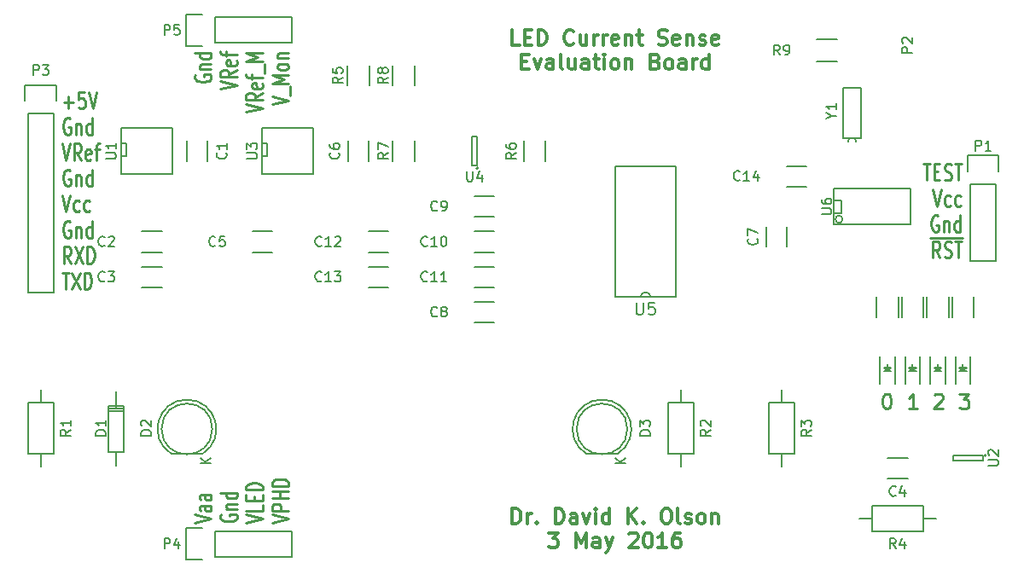
<source format=gbr>
G04 #@! TF.FileFunction,Legend,Top*
%FSLAX46Y46*%
G04 Gerber Fmt 4.6, Leading zero omitted, Abs format (unit mm)*
G04 Created by KiCad (PCBNEW 4.0.1-stable) date Tuesday, May 03, 2016 'AMt' 11:53:51 AM*
%MOMM*%
G01*
G04 APERTURE LIST*
%ADD10C,0.150000*%
%ADD11C,0.300000*%
%ADD12C,0.250000*%
G04 APERTURE END LIST*
D10*
D11*
X214785714Y-95978571D02*
X214785714Y-94478571D01*
X215142857Y-94478571D01*
X215357142Y-94550000D01*
X215500000Y-94692857D01*
X215571428Y-94835714D01*
X215642857Y-95121429D01*
X215642857Y-95335714D01*
X215571428Y-95621429D01*
X215500000Y-95764286D01*
X215357142Y-95907143D01*
X215142857Y-95978571D01*
X214785714Y-95978571D01*
X216285714Y-95978571D02*
X216285714Y-94978571D01*
X216285714Y-95264286D02*
X216357142Y-95121429D01*
X216428571Y-95050000D01*
X216571428Y-94978571D01*
X216714285Y-94978571D01*
X217214285Y-95835714D02*
X217285713Y-95907143D01*
X217214285Y-95978571D01*
X217142856Y-95907143D01*
X217214285Y-95835714D01*
X217214285Y-95978571D01*
X219071428Y-95978571D02*
X219071428Y-94478571D01*
X219428571Y-94478571D01*
X219642856Y-94550000D01*
X219785714Y-94692857D01*
X219857142Y-94835714D01*
X219928571Y-95121429D01*
X219928571Y-95335714D01*
X219857142Y-95621429D01*
X219785714Y-95764286D01*
X219642856Y-95907143D01*
X219428571Y-95978571D01*
X219071428Y-95978571D01*
X221214285Y-95978571D02*
X221214285Y-95192857D01*
X221142856Y-95050000D01*
X220999999Y-94978571D01*
X220714285Y-94978571D01*
X220571428Y-95050000D01*
X221214285Y-95907143D02*
X221071428Y-95978571D01*
X220714285Y-95978571D01*
X220571428Y-95907143D01*
X220499999Y-95764286D01*
X220499999Y-95621429D01*
X220571428Y-95478571D01*
X220714285Y-95407143D01*
X221071428Y-95407143D01*
X221214285Y-95335714D01*
X221785714Y-94978571D02*
X222142857Y-95978571D01*
X222499999Y-94978571D01*
X223071428Y-95978571D02*
X223071428Y-94978571D01*
X223071428Y-94478571D02*
X222999999Y-94550000D01*
X223071428Y-94621429D01*
X223142856Y-94550000D01*
X223071428Y-94478571D01*
X223071428Y-94621429D01*
X224428571Y-95978571D02*
X224428571Y-94478571D01*
X224428571Y-95907143D02*
X224285714Y-95978571D01*
X224000000Y-95978571D01*
X223857142Y-95907143D01*
X223785714Y-95835714D01*
X223714285Y-95692857D01*
X223714285Y-95264286D01*
X223785714Y-95121429D01*
X223857142Y-95050000D01*
X224000000Y-94978571D01*
X224285714Y-94978571D01*
X224428571Y-95050000D01*
X226285714Y-95978571D02*
X226285714Y-94478571D01*
X227142857Y-95978571D02*
X226500000Y-95121429D01*
X227142857Y-94478571D02*
X226285714Y-95335714D01*
X227785714Y-95835714D02*
X227857142Y-95907143D01*
X227785714Y-95978571D01*
X227714285Y-95907143D01*
X227785714Y-95835714D01*
X227785714Y-95978571D01*
X229928571Y-94478571D02*
X230214285Y-94478571D01*
X230357143Y-94550000D01*
X230500000Y-94692857D01*
X230571428Y-94978571D01*
X230571428Y-95478571D01*
X230500000Y-95764286D01*
X230357143Y-95907143D01*
X230214285Y-95978571D01*
X229928571Y-95978571D01*
X229785714Y-95907143D01*
X229642857Y-95764286D01*
X229571428Y-95478571D01*
X229571428Y-94978571D01*
X229642857Y-94692857D01*
X229785714Y-94550000D01*
X229928571Y-94478571D01*
X231428572Y-95978571D02*
X231285714Y-95907143D01*
X231214286Y-95764286D01*
X231214286Y-94478571D01*
X231928571Y-95907143D02*
X232071428Y-95978571D01*
X232357143Y-95978571D01*
X232500000Y-95907143D01*
X232571428Y-95764286D01*
X232571428Y-95692857D01*
X232500000Y-95550000D01*
X232357143Y-95478571D01*
X232142857Y-95478571D01*
X232000000Y-95407143D01*
X231928571Y-95264286D01*
X231928571Y-95192857D01*
X232000000Y-95050000D01*
X232142857Y-94978571D01*
X232357143Y-94978571D01*
X232500000Y-95050000D01*
X233428572Y-95978571D02*
X233285714Y-95907143D01*
X233214286Y-95835714D01*
X233142857Y-95692857D01*
X233142857Y-95264286D01*
X233214286Y-95121429D01*
X233285714Y-95050000D01*
X233428572Y-94978571D01*
X233642857Y-94978571D01*
X233785714Y-95050000D01*
X233857143Y-95121429D01*
X233928572Y-95264286D01*
X233928572Y-95692857D01*
X233857143Y-95835714D01*
X233785714Y-95907143D01*
X233642857Y-95978571D01*
X233428572Y-95978571D01*
X234571429Y-94978571D02*
X234571429Y-95978571D01*
X234571429Y-95121429D02*
X234642857Y-95050000D01*
X234785715Y-94978571D01*
X235000000Y-94978571D01*
X235142857Y-95050000D01*
X235214286Y-95192857D01*
X235214286Y-95978571D01*
X218392859Y-96878571D02*
X219321430Y-96878571D01*
X218821430Y-97450000D01*
X219035716Y-97450000D01*
X219178573Y-97521429D01*
X219250002Y-97592857D01*
X219321430Y-97735714D01*
X219321430Y-98092857D01*
X219250002Y-98235714D01*
X219178573Y-98307143D01*
X219035716Y-98378571D01*
X218607144Y-98378571D01*
X218464287Y-98307143D01*
X218392859Y-98235714D01*
X221107144Y-98378571D02*
X221107144Y-96878571D01*
X221607144Y-97950000D01*
X222107144Y-96878571D01*
X222107144Y-98378571D01*
X223464287Y-98378571D02*
X223464287Y-97592857D01*
X223392858Y-97450000D01*
X223250001Y-97378571D01*
X222964287Y-97378571D01*
X222821430Y-97450000D01*
X223464287Y-98307143D02*
X223321430Y-98378571D01*
X222964287Y-98378571D01*
X222821430Y-98307143D01*
X222750001Y-98164286D01*
X222750001Y-98021429D01*
X222821430Y-97878571D01*
X222964287Y-97807143D01*
X223321430Y-97807143D01*
X223464287Y-97735714D01*
X224035716Y-97378571D02*
X224392859Y-98378571D01*
X224750001Y-97378571D02*
X224392859Y-98378571D01*
X224250001Y-98735714D01*
X224178573Y-98807143D01*
X224035716Y-98878571D01*
X226392858Y-97021429D02*
X226464287Y-96950000D01*
X226607144Y-96878571D01*
X226964287Y-96878571D01*
X227107144Y-96950000D01*
X227178573Y-97021429D01*
X227250001Y-97164286D01*
X227250001Y-97307143D01*
X227178573Y-97521429D01*
X226321430Y-98378571D01*
X227250001Y-98378571D01*
X228178572Y-96878571D02*
X228321429Y-96878571D01*
X228464286Y-96950000D01*
X228535715Y-97021429D01*
X228607144Y-97164286D01*
X228678572Y-97450000D01*
X228678572Y-97807143D01*
X228607144Y-98092857D01*
X228535715Y-98235714D01*
X228464286Y-98307143D01*
X228321429Y-98378571D01*
X228178572Y-98378571D01*
X228035715Y-98307143D01*
X227964286Y-98235714D01*
X227892858Y-98092857D01*
X227821429Y-97807143D01*
X227821429Y-97450000D01*
X227892858Y-97164286D01*
X227964286Y-97021429D01*
X228035715Y-96950000D01*
X228178572Y-96878571D01*
X230107143Y-98378571D02*
X229250000Y-98378571D01*
X229678572Y-98378571D02*
X229678572Y-96878571D01*
X229535715Y-97092857D01*
X229392857Y-97235714D01*
X229250000Y-97307143D01*
X231392857Y-96878571D02*
X231107143Y-96878571D01*
X230964286Y-96950000D01*
X230892857Y-97021429D01*
X230750000Y-97235714D01*
X230678571Y-97521429D01*
X230678571Y-98092857D01*
X230750000Y-98235714D01*
X230821428Y-98307143D01*
X230964286Y-98378571D01*
X231250000Y-98378571D01*
X231392857Y-98307143D01*
X231464286Y-98235714D01*
X231535714Y-98092857D01*
X231535714Y-97735714D01*
X231464286Y-97592857D01*
X231392857Y-97521429D01*
X231250000Y-97450000D01*
X230964286Y-97450000D01*
X230821428Y-97521429D01*
X230750000Y-97592857D01*
X230678571Y-97735714D01*
X215500001Y-48478571D02*
X214785715Y-48478571D01*
X214785715Y-46978571D01*
X216000001Y-47692857D02*
X216500001Y-47692857D01*
X216714287Y-48478571D02*
X216000001Y-48478571D01*
X216000001Y-46978571D01*
X216714287Y-46978571D01*
X217357144Y-48478571D02*
X217357144Y-46978571D01*
X217714287Y-46978571D01*
X217928572Y-47050000D01*
X218071430Y-47192857D01*
X218142858Y-47335714D01*
X218214287Y-47621429D01*
X218214287Y-47835714D01*
X218142858Y-48121429D01*
X218071430Y-48264286D01*
X217928572Y-48407143D01*
X217714287Y-48478571D01*
X217357144Y-48478571D01*
X220857144Y-48335714D02*
X220785715Y-48407143D01*
X220571429Y-48478571D01*
X220428572Y-48478571D01*
X220214287Y-48407143D01*
X220071429Y-48264286D01*
X220000001Y-48121429D01*
X219928572Y-47835714D01*
X219928572Y-47621429D01*
X220000001Y-47335714D01*
X220071429Y-47192857D01*
X220214287Y-47050000D01*
X220428572Y-46978571D01*
X220571429Y-46978571D01*
X220785715Y-47050000D01*
X220857144Y-47121429D01*
X222142858Y-47478571D02*
X222142858Y-48478571D01*
X221500001Y-47478571D02*
X221500001Y-48264286D01*
X221571429Y-48407143D01*
X221714287Y-48478571D01*
X221928572Y-48478571D01*
X222071429Y-48407143D01*
X222142858Y-48335714D01*
X222857144Y-48478571D02*
X222857144Y-47478571D01*
X222857144Y-47764286D02*
X222928572Y-47621429D01*
X223000001Y-47550000D01*
X223142858Y-47478571D01*
X223285715Y-47478571D01*
X223785715Y-48478571D02*
X223785715Y-47478571D01*
X223785715Y-47764286D02*
X223857143Y-47621429D01*
X223928572Y-47550000D01*
X224071429Y-47478571D01*
X224214286Y-47478571D01*
X225285714Y-48407143D02*
X225142857Y-48478571D01*
X224857143Y-48478571D01*
X224714286Y-48407143D01*
X224642857Y-48264286D01*
X224642857Y-47692857D01*
X224714286Y-47550000D01*
X224857143Y-47478571D01*
X225142857Y-47478571D01*
X225285714Y-47550000D01*
X225357143Y-47692857D01*
X225357143Y-47835714D01*
X224642857Y-47978571D01*
X226000000Y-47478571D02*
X226000000Y-48478571D01*
X226000000Y-47621429D02*
X226071428Y-47550000D01*
X226214286Y-47478571D01*
X226428571Y-47478571D01*
X226571428Y-47550000D01*
X226642857Y-47692857D01*
X226642857Y-48478571D01*
X227142857Y-47478571D02*
X227714286Y-47478571D01*
X227357143Y-46978571D02*
X227357143Y-48264286D01*
X227428571Y-48407143D01*
X227571429Y-48478571D01*
X227714286Y-48478571D01*
X229285714Y-48407143D02*
X229500000Y-48478571D01*
X229857143Y-48478571D01*
X230000000Y-48407143D01*
X230071429Y-48335714D01*
X230142857Y-48192857D01*
X230142857Y-48050000D01*
X230071429Y-47907143D01*
X230000000Y-47835714D01*
X229857143Y-47764286D01*
X229571429Y-47692857D01*
X229428571Y-47621429D01*
X229357143Y-47550000D01*
X229285714Y-47407143D01*
X229285714Y-47264286D01*
X229357143Y-47121429D01*
X229428571Y-47050000D01*
X229571429Y-46978571D01*
X229928571Y-46978571D01*
X230142857Y-47050000D01*
X231357142Y-48407143D02*
X231214285Y-48478571D01*
X230928571Y-48478571D01*
X230785714Y-48407143D01*
X230714285Y-48264286D01*
X230714285Y-47692857D01*
X230785714Y-47550000D01*
X230928571Y-47478571D01*
X231214285Y-47478571D01*
X231357142Y-47550000D01*
X231428571Y-47692857D01*
X231428571Y-47835714D01*
X230714285Y-47978571D01*
X232071428Y-47478571D02*
X232071428Y-48478571D01*
X232071428Y-47621429D02*
X232142856Y-47550000D01*
X232285714Y-47478571D01*
X232499999Y-47478571D01*
X232642856Y-47550000D01*
X232714285Y-47692857D01*
X232714285Y-48478571D01*
X233357142Y-48407143D02*
X233499999Y-48478571D01*
X233785714Y-48478571D01*
X233928571Y-48407143D01*
X233999999Y-48264286D01*
X233999999Y-48192857D01*
X233928571Y-48050000D01*
X233785714Y-47978571D01*
X233571428Y-47978571D01*
X233428571Y-47907143D01*
X233357142Y-47764286D01*
X233357142Y-47692857D01*
X233428571Y-47550000D01*
X233571428Y-47478571D01*
X233785714Y-47478571D01*
X233928571Y-47550000D01*
X235214285Y-48407143D02*
X235071428Y-48478571D01*
X234785714Y-48478571D01*
X234642857Y-48407143D01*
X234571428Y-48264286D01*
X234571428Y-47692857D01*
X234642857Y-47550000D01*
X234785714Y-47478571D01*
X235071428Y-47478571D01*
X235214285Y-47550000D01*
X235285714Y-47692857D01*
X235285714Y-47835714D01*
X234571428Y-47978571D01*
X215714286Y-50092857D02*
X216214286Y-50092857D01*
X216428572Y-50878571D02*
X215714286Y-50878571D01*
X215714286Y-49378571D01*
X216428572Y-49378571D01*
X216928572Y-49878571D02*
X217285715Y-50878571D01*
X217642857Y-49878571D01*
X218857143Y-50878571D02*
X218857143Y-50092857D01*
X218785714Y-49950000D01*
X218642857Y-49878571D01*
X218357143Y-49878571D01*
X218214286Y-49950000D01*
X218857143Y-50807143D02*
X218714286Y-50878571D01*
X218357143Y-50878571D01*
X218214286Y-50807143D01*
X218142857Y-50664286D01*
X218142857Y-50521429D01*
X218214286Y-50378571D01*
X218357143Y-50307143D01*
X218714286Y-50307143D01*
X218857143Y-50235714D01*
X219785715Y-50878571D02*
X219642857Y-50807143D01*
X219571429Y-50664286D01*
X219571429Y-49378571D01*
X221000000Y-49878571D02*
X221000000Y-50878571D01*
X220357143Y-49878571D02*
X220357143Y-50664286D01*
X220428571Y-50807143D01*
X220571429Y-50878571D01*
X220785714Y-50878571D01*
X220928571Y-50807143D01*
X221000000Y-50735714D01*
X222357143Y-50878571D02*
X222357143Y-50092857D01*
X222285714Y-49950000D01*
X222142857Y-49878571D01*
X221857143Y-49878571D01*
X221714286Y-49950000D01*
X222357143Y-50807143D02*
X222214286Y-50878571D01*
X221857143Y-50878571D01*
X221714286Y-50807143D01*
X221642857Y-50664286D01*
X221642857Y-50521429D01*
X221714286Y-50378571D01*
X221857143Y-50307143D01*
X222214286Y-50307143D01*
X222357143Y-50235714D01*
X222857143Y-49878571D02*
X223428572Y-49878571D01*
X223071429Y-49378571D02*
X223071429Y-50664286D01*
X223142857Y-50807143D01*
X223285715Y-50878571D01*
X223428572Y-50878571D01*
X223928572Y-50878571D02*
X223928572Y-49878571D01*
X223928572Y-49378571D02*
X223857143Y-49450000D01*
X223928572Y-49521429D01*
X224000000Y-49450000D01*
X223928572Y-49378571D01*
X223928572Y-49521429D01*
X224857144Y-50878571D02*
X224714286Y-50807143D01*
X224642858Y-50735714D01*
X224571429Y-50592857D01*
X224571429Y-50164286D01*
X224642858Y-50021429D01*
X224714286Y-49950000D01*
X224857144Y-49878571D01*
X225071429Y-49878571D01*
X225214286Y-49950000D01*
X225285715Y-50021429D01*
X225357144Y-50164286D01*
X225357144Y-50592857D01*
X225285715Y-50735714D01*
X225214286Y-50807143D01*
X225071429Y-50878571D01*
X224857144Y-50878571D01*
X226000001Y-49878571D02*
X226000001Y-50878571D01*
X226000001Y-50021429D02*
X226071429Y-49950000D01*
X226214287Y-49878571D01*
X226428572Y-49878571D01*
X226571429Y-49950000D01*
X226642858Y-50092857D01*
X226642858Y-50878571D01*
X229000001Y-50092857D02*
X229214287Y-50164286D01*
X229285715Y-50235714D01*
X229357144Y-50378571D01*
X229357144Y-50592857D01*
X229285715Y-50735714D01*
X229214287Y-50807143D01*
X229071429Y-50878571D01*
X228500001Y-50878571D01*
X228500001Y-49378571D01*
X229000001Y-49378571D01*
X229142858Y-49450000D01*
X229214287Y-49521429D01*
X229285715Y-49664286D01*
X229285715Y-49807143D01*
X229214287Y-49950000D01*
X229142858Y-50021429D01*
X229000001Y-50092857D01*
X228500001Y-50092857D01*
X230214287Y-50878571D02*
X230071429Y-50807143D01*
X230000001Y-50735714D01*
X229928572Y-50592857D01*
X229928572Y-50164286D01*
X230000001Y-50021429D01*
X230071429Y-49950000D01*
X230214287Y-49878571D01*
X230428572Y-49878571D01*
X230571429Y-49950000D01*
X230642858Y-50021429D01*
X230714287Y-50164286D01*
X230714287Y-50592857D01*
X230642858Y-50735714D01*
X230571429Y-50807143D01*
X230428572Y-50878571D01*
X230214287Y-50878571D01*
X232000001Y-50878571D02*
X232000001Y-50092857D01*
X231928572Y-49950000D01*
X231785715Y-49878571D01*
X231500001Y-49878571D01*
X231357144Y-49950000D01*
X232000001Y-50807143D02*
X231857144Y-50878571D01*
X231500001Y-50878571D01*
X231357144Y-50807143D01*
X231285715Y-50664286D01*
X231285715Y-50521429D01*
X231357144Y-50378571D01*
X231500001Y-50307143D01*
X231857144Y-50307143D01*
X232000001Y-50235714D01*
X232714287Y-50878571D02*
X232714287Y-49878571D01*
X232714287Y-50164286D02*
X232785715Y-50021429D01*
X232857144Y-49950000D01*
X233000001Y-49878571D01*
X233142858Y-49878571D01*
X234285715Y-50878571D02*
X234285715Y-49378571D01*
X234285715Y-50807143D02*
X234142858Y-50878571D01*
X233857144Y-50878571D01*
X233714286Y-50807143D01*
X233642858Y-50735714D01*
X233571429Y-50592857D01*
X233571429Y-50164286D01*
X233642858Y-50021429D01*
X233714286Y-49950000D01*
X233857144Y-49878571D01*
X234142858Y-49878571D01*
X234285715Y-49950000D01*
D12*
X251871430Y-83078571D02*
X252014287Y-83078571D01*
X252157144Y-83150000D01*
X252228573Y-83221429D01*
X252300002Y-83364286D01*
X252371430Y-83650000D01*
X252371430Y-84007143D01*
X252300002Y-84292857D01*
X252228573Y-84435714D01*
X252157144Y-84507143D01*
X252014287Y-84578571D01*
X251871430Y-84578571D01*
X251728573Y-84507143D01*
X251657144Y-84435714D01*
X251585716Y-84292857D01*
X251514287Y-84007143D01*
X251514287Y-83650000D01*
X251585716Y-83364286D01*
X251657144Y-83221429D01*
X251728573Y-83150000D01*
X251871430Y-83078571D01*
X254942858Y-84578571D02*
X254085715Y-84578571D01*
X254514287Y-84578571D02*
X254514287Y-83078571D01*
X254371430Y-83292857D01*
X254228572Y-83435714D01*
X254085715Y-83507143D01*
X256657143Y-83221429D02*
X256728572Y-83150000D01*
X256871429Y-83078571D01*
X257228572Y-83078571D01*
X257371429Y-83150000D01*
X257442858Y-83221429D01*
X257514286Y-83364286D01*
X257514286Y-83507143D01*
X257442858Y-83721429D01*
X256585715Y-84578571D01*
X257514286Y-84578571D01*
X259157143Y-83078571D02*
X260085714Y-83078571D01*
X259585714Y-83650000D01*
X259800000Y-83650000D01*
X259942857Y-83721429D01*
X260014286Y-83792857D01*
X260085714Y-83935714D01*
X260085714Y-84292857D01*
X260014286Y-84435714D01*
X259942857Y-84507143D01*
X259800000Y-84578571D01*
X259371428Y-84578571D01*
X259228571Y-84507143D01*
X259157143Y-84435714D01*
X255557143Y-60256429D02*
X256242857Y-60256429D01*
X255900000Y-61906429D02*
X255900000Y-60256429D01*
X256642857Y-61042143D02*
X257042857Y-61042143D01*
X257214286Y-61906429D02*
X256642857Y-61906429D01*
X256642857Y-60256429D01*
X257214286Y-60256429D01*
X257671428Y-61827857D02*
X257842857Y-61906429D01*
X258128571Y-61906429D01*
X258242857Y-61827857D01*
X258300000Y-61749286D01*
X258357143Y-61592143D01*
X258357143Y-61435000D01*
X258300000Y-61277857D01*
X258242857Y-61199286D01*
X258128571Y-61120714D01*
X257900000Y-61042143D01*
X257785714Y-60963571D01*
X257728571Y-60885000D01*
X257671428Y-60727857D01*
X257671428Y-60570714D01*
X257728571Y-60413571D01*
X257785714Y-60335000D01*
X257900000Y-60256429D01*
X258185714Y-60256429D01*
X258357143Y-60335000D01*
X258700000Y-60256429D02*
X259385714Y-60256429D01*
X259042857Y-61906429D02*
X259042857Y-60256429D01*
X256528573Y-62816429D02*
X256928573Y-64466429D01*
X257328573Y-62816429D01*
X258242858Y-64387857D02*
X258128572Y-64466429D01*
X257900001Y-64466429D01*
X257785715Y-64387857D01*
X257728572Y-64309286D01*
X257671429Y-64152143D01*
X257671429Y-63680714D01*
X257728572Y-63523571D01*
X257785715Y-63445000D01*
X257900001Y-63366429D01*
X258128572Y-63366429D01*
X258242858Y-63445000D01*
X259271429Y-64387857D02*
X259157143Y-64466429D01*
X258928572Y-64466429D01*
X258814286Y-64387857D01*
X258757143Y-64309286D01*
X258700000Y-64152143D01*
X258700000Y-63680714D01*
X258757143Y-63523571D01*
X258814286Y-63445000D01*
X258928572Y-63366429D01*
X259157143Y-63366429D01*
X259271429Y-63445000D01*
X257042858Y-65455000D02*
X256928572Y-65376429D01*
X256757143Y-65376429D01*
X256585715Y-65455000D01*
X256471429Y-65612143D01*
X256414286Y-65769286D01*
X256357143Y-66083571D01*
X256357143Y-66319286D01*
X256414286Y-66633571D01*
X256471429Y-66790714D01*
X256585715Y-66947857D01*
X256757143Y-67026429D01*
X256871429Y-67026429D01*
X257042858Y-66947857D01*
X257100001Y-66869286D01*
X257100001Y-66319286D01*
X256871429Y-66319286D01*
X257614286Y-65926429D02*
X257614286Y-67026429D01*
X257614286Y-66083571D02*
X257671429Y-66005000D01*
X257785715Y-65926429D01*
X257957143Y-65926429D01*
X258071429Y-66005000D01*
X258128572Y-66162143D01*
X258128572Y-67026429D01*
X259214286Y-67026429D02*
X259214286Y-65376429D01*
X259214286Y-66947857D02*
X259100000Y-67026429D01*
X258871429Y-67026429D01*
X258757143Y-66947857D01*
X258700000Y-66869286D01*
X258642857Y-66712143D01*
X258642857Y-66240714D01*
X258700000Y-66083571D01*
X258757143Y-66005000D01*
X258871429Y-65926429D01*
X259100000Y-65926429D01*
X259214286Y-66005000D01*
X257214286Y-69586429D02*
X256814286Y-68800714D01*
X256528571Y-69586429D02*
X256528571Y-67936429D01*
X256985714Y-67936429D01*
X257100000Y-68015000D01*
X257157143Y-68093571D01*
X257214286Y-68250714D01*
X257214286Y-68486429D01*
X257157143Y-68643571D01*
X257100000Y-68722143D01*
X256985714Y-68800714D01*
X256528571Y-68800714D01*
X257671428Y-69507857D02*
X257842857Y-69586429D01*
X258128571Y-69586429D01*
X258242857Y-69507857D01*
X258300000Y-69429286D01*
X258357143Y-69272143D01*
X258357143Y-69115000D01*
X258300000Y-68957857D01*
X258242857Y-68879286D01*
X258128571Y-68800714D01*
X257900000Y-68722143D01*
X257785714Y-68643571D01*
X257728571Y-68565000D01*
X257671428Y-68407857D01*
X257671428Y-68250714D01*
X257728571Y-68093571D01*
X257785714Y-68015000D01*
X257900000Y-67936429D01*
X258185714Y-67936429D01*
X258357143Y-68015000D01*
X258700000Y-67936429D02*
X259385714Y-67936429D01*
X259042857Y-69586429D02*
X259042857Y-67936429D01*
X256242857Y-67652000D02*
X259500000Y-67652000D01*
X183256429Y-95885714D02*
X184906429Y-95485714D01*
X183256429Y-95085714D01*
X184906429Y-94171429D02*
X184042143Y-94171429D01*
X183885000Y-94228572D01*
X183806429Y-94342858D01*
X183806429Y-94571429D01*
X183885000Y-94685715D01*
X184827857Y-94171429D02*
X184906429Y-94285715D01*
X184906429Y-94571429D01*
X184827857Y-94685715D01*
X184670714Y-94742858D01*
X184513571Y-94742858D01*
X184356429Y-94685715D01*
X184277857Y-94571429D01*
X184277857Y-94285715D01*
X184199286Y-94171429D01*
X184906429Y-93085715D02*
X184042143Y-93085715D01*
X183885000Y-93142858D01*
X183806429Y-93257144D01*
X183806429Y-93485715D01*
X183885000Y-93600001D01*
X184827857Y-93085715D02*
X184906429Y-93200001D01*
X184906429Y-93485715D01*
X184827857Y-93600001D01*
X184670714Y-93657144D01*
X184513571Y-93657144D01*
X184356429Y-93600001D01*
X184277857Y-93485715D01*
X184277857Y-93200001D01*
X184199286Y-93085715D01*
X185895000Y-95085714D02*
X185816429Y-95200000D01*
X185816429Y-95371429D01*
X185895000Y-95542857D01*
X186052143Y-95657143D01*
X186209286Y-95714286D01*
X186523571Y-95771429D01*
X186759286Y-95771429D01*
X187073571Y-95714286D01*
X187230714Y-95657143D01*
X187387857Y-95542857D01*
X187466429Y-95371429D01*
X187466429Y-95257143D01*
X187387857Y-95085714D01*
X187309286Y-95028571D01*
X186759286Y-95028571D01*
X186759286Y-95257143D01*
X186366429Y-94514286D02*
X187466429Y-94514286D01*
X186523571Y-94514286D02*
X186445000Y-94457143D01*
X186366429Y-94342857D01*
X186366429Y-94171429D01*
X186445000Y-94057143D01*
X186602143Y-94000000D01*
X187466429Y-94000000D01*
X187466429Y-92914286D02*
X185816429Y-92914286D01*
X187387857Y-92914286D02*
X187466429Y-93028572D01*
X187466429Y-93257143D01*
X187387857Y-93371429D01*
X187309286Y-93428572D01*
X187152143Y-93485715D01*
X186680714Y-93485715D01*
X186523571Y-93428572D01*
X186445000Y-93371429D01*
X186366429Y-93257143D01*
X186366429Y-93028572D01*
X186445000Y-92914286D01*
X188376429Y-95885714D02*
X190026429Y-95485714D01*
X188376429Y-95085714D01*
X190026429Y-94114286D02*
X190026429Y-94685715D01*
X188376429Y-94685715D01*
X189162143Y-93714286D02*
X189162143Y-93314286D01*
X190026429Y-93142857D02*
X190026429Y-93714286D01*
X188376429Y-93714286D01*
X188376429Y-93142857D01*
X190026429Y-92628572D02*
X188376429Y-92628572D01*
X188376429Y-92342857D01*
X188455000Y-92171429D01*
X188612143Y-92057143D01*
X188769286Y-92000000D01*
X189083571Y-91942857D01*
X189319286Y-91942857D01*
X189633571Y-92000000D01*
X189790714Y-92057143D01*
X189947857Y-92171429D01*
X190026429Y-92342857D01*
X190026429Y-92628572D01*
X190936429Y-95885714D02*
X192586429Y-95485714D01*
X190936429Y-95085714D01*
X192586429Y-94685715D02*
X190936429Y-94685715D01*
X190936429Y-94228572D01*
X191015000Y-94114286D01*
X191093571Y-94057143D01*
X191250714Y-94000000D01*
X191486429Y-94000000D01*
X191643571Y-94057143D01*
X191722143Y-94114286D01*
X191800714Y-94228572D01*
X191800714Y-94685715D01*
X192586429Y-93485715D02*
X190936429Y-93485715D01*
X191722143Y-93485715D02*
X191722143Y-92800000D01*
X192586429Y-92800000D02*
X190936429Y-92800000D01*
X192586429Y-92228572D02*
X190936429Y-92228572D01*
X190936429Y-91942857D01*
X191015000Y-91771429D01*
X191172143Y-91657143D01*
X191329286Y-91600000D01*
X191643571Y-91542857D01*
X191879286Y-91542857D01*
X192193571Y-91600000D01*
X192350714Y-91657143D01*
X192507857Y-91771429D01*
X192586429Y-91942857D01*
X192586429Y-92228572D01*
X183335000Y-51457142D02*
X183256429Y-51571428D01*
X183256429Y-51742857D01*
X183335000Y-51914285D01*
X183492143Y-52028571D01*
X183649286Y-52085714D01*
X183963571Y-52142857D01*
X184199286Y-52142857D01*
X184513571Y-52085714D01*
X184670714Y-52028571D01*
X184827857Y-51914285D01*
X184906429Y-51742857D01*
X184906429Y-51628571D01*
X184827857Y-51457142D01*
X184749286Y-51399999D01*
X184199286Y-51399999D01*
X184199286Y-51628571D01*
X183806429Y-50885714D02*
X184906429Y-50885714D01*
X183963571Y-50885714D02*
X183885000Y-50828571D01*
X183806429Y-50714285D01*
X183806429Y-50542857D01*
X183885000Y-50428571D01*
X184042143Y-50371428D01*
X184906429Y-50371428D01*
X184906429Y-49285714D02*
X183256429Y-49285714D01*
X184827857Y-49285714D02*
X184906429Y-49400000D01*
X184906429Y-49628571D01*
X184827857Y-49742857D01*
X184749286Y-49800000D01*
X184592143Y-49857143D01*
X184120714Y-49857143D01*
X183963571Y-49800000D01*
X183885000Y-49742857D01*
X183806429Y-49628571D01*
X183806429Y-49400000D01*
X183885000Y-49285714D01*
X185816429Y-52828570D02*
X187466429Y-52428570D01*
X185816429Y-52028570D01*
X187466429Y-50942856D02*
X186680714Y-51342856D01*
X187466429Y-51628571D02*
X185816429Y-51628571D01*
X185816429Y-51171428D01*
X185895000Y-51057142D01*
X185973571Y-50999999D01*
X186130714Y-50942856D01*
X186366429Y-50942856D01*
X186523571Y-50999999D01*
X186602143Y-51057142D01*
X186680714Y-51171428D01*
X186680714Y-51628571D01*
X187387857Y-49971428D02*
X187466429Y-50085714D01*
X187466429Y-50314285D01*
X187387857Y-50428571D01*
X187230714Y-50485714D01*
X186602143Y-50485714D01*
X186445000Y-50428571D01*
X186366429Y-50314285D01*
X186366429Y-50085714D01*
X186445000Y-49971428D01*
X186602143Y-49914285D01*
X186759286Y-49914285D01*
X186916429Y-50485714D01*
X186366429Y-49571428D02*
X186366429Y-49114285D01*
X187466429Y-49400000D02*
X186052143Y-49400000D01*
X185895000Y-49342857D01*
X185816429Y-49228571D01*
X185816429Y-49114285D01*
X188376429Y-55114285D02*
X190026429Y-54714285D01*
X188376429Y-54314285D01*
X190026429Y-53228571D02*
X189240714Y-53628571D01*
X190026429Y-53914286D02*
X188376429Y-53914286D01*
X188376429Y-53457143D01*
X188455000Y-53342857D01*
X188533571Y-53285714D01*
X188690714Y-53228571D01*
X188926429Y-53228571D01*
X189083571Y-53285714D01*
X189162143Y-53342857D01*
X189240714Y-53457143D01*
X189240714Y-53914286D01*
X189947857Y-52257143D02*
X190026429Y-52371429D01*
X190026429Y-52600000D01*
X189947857Y-52714286D01*
X189790714Y-52771429D01*
X189162143Y-52771429D01*
X189005000Y-52714286D01*
X188926429Y-52600000D01*
X188926429Y-52371429D01*
X189005000Y-52257143D01*
X189162143Y-52200000D01*
X189319286Y-52200000D01*
X189476429Y-52771429D01*
X188926429Y-51857143D02*
X188926429Y-51400000D01*
X190026429Y-51685715D02*
X188612143Y-51685715D01*
X188455000Y-51628572D01*
X188376429Y-51514286D01*
X188376429Y-51400000D01*
X190183571Y-51285715D02*
X190183571Y-50371429D01*
X190026429Y-50085715D02*
X188376429Y-50085715D01*
X189555000Y-49685715D01*
X188376429Y-49285715D01*
X190026429Y-49285715D01*
X190936429Y-54371428D02*
X192586429Y-53971428D01*
X190936429Y-53571428D01*
X192743571Y-53457143D02*
X192743571Y-52542857D01*
X192586429Y-52257143D02*
X190936429Y-52257143D01*
X192115000Y-51857143D01*
X190936429Y-51457143D01*
X192586429Y-51457143D01*
X192586429Y-50714285D02*
X192507857Y-50828571D01*
X192429286Y-50885714D01*
X192272143Y-50942857D01*
X191800714Y-50942857D01*
X191643571Y-50885714D01*
X191565000Y-50828571D01*
X191486429Y-50714285D01*
X191486429Y-50542857D01*
X191565000Y-50428571D01*
X191643571Y-50371428D01*
X191800714Y-50314285D01*
X192272143Y-50314285D01*
X192429286Y-50371428D01*
X192507857Y-50428571D01*
X192586429Y-50542857D01*
X192586429Y-50714285D01*
X191486429Y-49800000D02*
X192586429Y-49800000D01*
X191643571Y-49800000D02*
X191565000Y-49742857D01*
X191486429Y-49628571D01*
X191486429Y-49457143D01*
X191565000Y-49342857D01*
X191722143Y-49285714D01*
X192586429Y-49285714D01*
X170285714Y-54157857D02*
X171200000Y-54157857D01*
X170742857Y-54786429D02*
X170742857Y-53529286D01*
X172342857Y-53136429D02*
X171771428Y-53136429D01*
X171714285Y-53922143D01*
X171771428Y-53843571D01*
X171885714Y-53765000D01*
X172171428Y-53765000D01*
X172285714Y-53843571D01*
X172342857Y-53922143D01*
X172400000Y-54079286D01*
X172400000Y-54472143D01*
X172342857Y-54629286D01*
X172285714Y-54707857D01*
X172171428Y-54786429D01*
X171885714Y-54786429D01*
X171771428Y-54707857D01*
X171714285Y-54629286D01*
X172742857Y-53136429D02*
X173142857Y-54786429D01*
X173542857Y-53136429D01*
X170914286Y-55775000D02*
X170800000Y-55696429D01*
X170628571Y-55696429D01*
X170457143Y-55775000D01*
X170342857Y-55932143D01*
X170285714Y-56089286D01*
X170228571Y-56403571D01*
X170228571Y-56639286D01*
X170285714Y-56953571D01*
X170342857Y-57110714D01*
X170457143Y-57267857D01*
X170628571Y-57346429D01*
X170742857Y-57346429D01*
X170914286Y-57267857D01*
X170971429Y-57189286D01*
X170971429Y-56639286D01*
X170742857Y-56639286D01*
X171485714Y-56246429D02*
X171485714Y-57346429D01*
X171485714Y-56403571D02*
X171542857Y-56325000D01*
X171657143Y-56246429D01*
X171828571Y-56246429D01*
X171942857Y-56325000D01*
X172000000Y-56482143D01*
X172000000Y-57346429D01*
X173085714Y-57346429D02*
X173085714Y-55696429D01*
X173085714Y-57267857D02*
X172971428Y-57346429D01*
X172742857Y-57346429D01*
X172628571Y-57267857D01*
X172571428Y-57189286D01*
X172514285Y-57032143D01*
X172514285Y-56560714D01*
X172571428Y-56403571D01*
X172628571Y-56325000D01*
X172742857Y-56246429D01*
X172971428Y-56246429D01*
X173085714Y-56325000D01*
X170114286Y-58256429D02*
X170514286Y-59906429D01*
X170914286Y-58256429D01*
X172000000Y-59906429D02*
X171600000Y-59120714D01*
X171314285Y-59906429D02*
X171314285Y-58256429D01*
X171771428Y-58256429D01*
X171885714Y-58335000D01*
X171942857Y-58413571D01*
X172000000Y-58570714D01*
X172000000Y-58806429D01*
X171942857Y-58963571D01*
X171885714Y-59042143D01*
X171771428Y-59120714D01*
X171314285Y-59120714D01*
X172971428Y-59827857D02*
X172857142Y-59906429D01*
X172628571Y-59906429D01*
X172514285Y-59827857D01*
X172457142Y-59670714D01*
X172457142Y-59042143D01*
X172514285Y-58885000D01*
X172628571Y-58806429D01*
X172857142Y-58806429D01*
X172971428Y-58885000D01*
X173028571Y-59042143D01*
X173028571Y-59199286D01*
X172457142Y-59356429D01*
X173371428Y-58806429D02*
X173828571Y-58806429D01*
X173542856Y-59906429D02*
X173542856Y-58492143D01*
X173599999Y-58335000D01*
X173714285Y-58256429D01*
X173828571Y-58256429D01*
X170914286Y-60895000D02*
X170800000Y-60816429D01*
X170628571Y-60816429D01*
X170457143Y-60895000D01*
X170342857Y-61052143D01*
X170285714Y-61209286D01*
X170228571Y-61523571D01*
X170228571Y-61759286D01*
X170285714Y-62073571D01*
X170342857Y-62230714D01*
X170457143Y-62387857D01*
X170628571Y-62466429D01*
X170742857Y-62466429D01*
X170914286Y-62387857D01*
X170971429Y-62309286D01*
X170971429Y-61759286D01*
X170742857Y-61759286D01*
X171485714Y-61366429D02*
X171485714Y-62466429D01*
X171485714Y-61523571D02*
X171542857Y-61445000D01*
X171657143Y-61366429D01*
X171828571Y-61366429D01*
X171942857Y-61445000D01*
X172000000Y-61602143D01*
X172000000Y-62466429D01*
X173085714Y-62466429D02*
X173085714Y-60816429D01*
X173085714Y-62387857D02*
X172971428Y-62466429D01*
X172742857Y-62466429D01*
X172628571Y-62387857D01*
X172571428Y-62309286D01*
X172514285Y-62152143D01*
X172514285Y-61680714D01*
X172571428Y-61523571D01*
X172628571Y-61445000D01*
X172742857Y-61366429D01*
X172971428Y-61366429D01*
X173085714Y-61445000D01*
X170114286Y-63376429D02*
X170514286Y-65026429D01*
X170914286Y-63376429D01*
X171828571Y-64947857D02*
X171714285Y-65026429D01*
X171485714Y-65026429D01*
X171371428Y-64947857D01*
X171314285Y-64869286D01*
X171257142Y-64712143D01*
X171257142Y-64240714D01*
X171314285Y-64083571D01*
X171371428Y-64005000D01*
X171485714Y-63926429D01*
X171714285Y-63926429D01*
X171828571Y-64005000D01*
X172857142Y-64947857D02*
X172742856Y-65026429D01*
X172514285Y-65026429D01*
X172399999Y-64947857D01*
X172342856Y-64869286D01*
X172285713Y-64712143D01*
X172285713Y-64240714D01*
X172342856Y-64083571D01*
X172399999Y-64005000D01*
X172514285Y-63926429D01*
X172742856Y-63926429D01*
X172857142Y-64005000D01*
X170914286Y-66015000D02*
X170800000Y-65936429D01*
X170628571Y-65936429D01*
X170457143Y-66015000D01*
X170342857Y-66172143D01*
X170285714Y-66329286D01*
X170228571Y-66643571D01*
X170228571Y-66879286D01*
X170285714Y-67193571D01*
X170342857Y-67350714D01*
X170457143Y-67507857D01*
X170628571Y-67586429D01*
X170742857Y-67586429D01*
X170914286Y-67507857D01*
X170971429Y-67429286D01*
X170971429Y-66879286D01*
X170742857Y-66879286D01*
X171485714Y-66486429D02*
X171485714Y-67586429D01*
X171485714Y-66643571D02*
X171542857Y-66565000D01*
X171657143Y-66486429D01*
X171828571Y-66486429D01*
X171942857Y-66565000D01*
X172000000Y-66722143D01*
X172000000Y-67586429D01*
X173085714Y-67586429D02*
X173085714Y-65936429D01*
X173085714Y-67507857D02*
X172971428Y-67586429D01*
X172742857Y-67586429D01*
X172628571Y-67507857D01*
X172571428Y-67429286D01*
X172514285Y-67272143D01*
X172514285Y-66800714D01*
X172571428Y-66643571D01*
X172628571Y-66565000D01*
X172742857Y-66486429D01*
X172971428Y-66486429D01*
X173085714Y-66565000D01*
X170971429Y-70146429D02*
X170571429Y-69360714D01*
X170285714Y-70146429D02*
X170285714Y-68496429D01*
X170742857Y-68496429D01*
X170857143Y-68575000D01*
X170914286Y-68653571D01*
X170971429Y-68810714D01*
X170971429Y-69046429D01*
X170914286Y-69203571D01*
X170857143Y-69282143D01*
X170742857Y-69360714D01*
X170285714Y-69360714D01*
X171371429Y-68496429D02*
X172171429Y-70146429D01*
X172171429Y-68496429D02*
X171371429Y-70146429D01*
X172628571Y-70146429D02*
X172628571Y-68496429D01*
X172914286Y-68496429D01*
X173085714Y-68575000D01*
X173200000Y-68732143D01*
X173257143Y-68889286D01*
X173314286Y-69203571D01*
X173314286Y-69439286D01*
X173257143Y-69753571D01*
X173200000Y-69910714D01*
X173085714Y-70067857D01*
X172914286Y-70146429D01*
X172628571Y-70146429D01*
X170114286Y-71056429D02*
X170800000Y-71056429D01*
X170457143Y-72706429D02*
X170457143Y-71056429D01*
X171085715Y-71056429D02*
X171885715Y-72706429D01*
X171885715Y-71056429D02*
X171085715Y-72706429D01*
X172342857Y-72706429D02*
X172342857Y-71056429D01*
X172628572Y-71056429D01*
X172800000Y-71135000D01*
X172914286Y-71292143D01*
X172971429Y-71449286D01*
X173028572Y-71763571D01*
X173028572Y-71999286D01*
X172971429Y-72313571D01*
X172914286Y-72470714D01*
X172800000Y-72627857D01*
X172628572Y-72706429D01*
X172342857Y-72706429D01*
D10*
X182475000Y-58000000D02*
X182475000Y-60000000D01*
X184525000Y-60000000D02*
X184525000Y-58000000D01*
X178000000Y-69025000D02*
X180000000Y-69025000D01*
X180000000Y-66975000D02*
X178000000Y-66975000D01*
X178000000Y-72525000D02*
X180000000Y-72525000D01*
X180000000Y-70475000D02*
X178000000Y-70475000D01*
X252000000Y-91525000D02*
X254000000Y-91525000D01*
X254000000Y-89475000D02*
X252000000Y-89475000D01*
X191000000Y-66975000D02*
X189000000Y-66975000D01*
X189000000Y-69025000D02*
X191000000Y-69025000D01*
X198475000Y-58000000D02*
X198475000Y-60000000D01*
X200525000Y-60000000D02*
X200525000Y-58000000D01*
X239975000Y-66500000D02*
X239975000Y-68500000D01*
X242025000Y-68500000D02*
X242025000Y-66500000D01*
X213000000Y-73975000D02*
X211000000Y-73975000D01*
X211000000Y-76025000D02*
X213000000Y-76025000D01*
X213000000Y-63475000D02*
X211000000Y-63475000D01*
X211000000Y-65525000D02*
X213000000Y-65525000D01*
X213000000Y-66975000D02*
X211000000Y-66975000D01*
X211000000Y-69025000D02*
X213000000Y-69025000D01*
X213000000Y-70475000D02*
X211000000Y-70475000D01*
X211000000Y-72525000D02*
X213000000Y-72525000D01*
X202500000Y-66975000D02*
X200500000Y-66975000D01*
X200500000Y-69025000D02*
X202500000Y-69025000D01*
X202500000Y-70475000D02*
X200500000Y-70475000D01*
X200500000Y-72525000D02*
X202500000Y-72525000D01*
X244000000Y-60475000D02*
X242000000Y-60475000D01*
X242000000Y-62525000D02*
X244000000Y-62525000D01*
X175502540Y-88866520D02*
X175502540Y-90263520D01*
X175502540Y-84421520D02*
X175502540Y-82897520D01*
X176264540Y-84802520D02*
X174740540Y-84802520D01*
X176264540Y-84548520D02*
X174740540Y-84548520D01*
X175502540Y-84294520D02*
X174740540Y-84294520D01*
X174740540Y-84294520D02*
X174740540Y-88866520D01*
X174740540Y-88866520D02*
X176264540Y-88866520D01*
X176264540Y-88866520D02*
X176264540Y-84294520D01*
X176264540Y-84294520D02*
X175502540Y-84294520D01*
X184024904Y-89064888D02*
G75*
G03X181000000Y-89080000I-1524904J2484888D01*
G01*
X184000000Y-89080000D02*
X181000000Y-89080000D01*
X185017936Y-86580000D02*
G75*
G03X185017936Y-86580000I-2517936J0D01*
G01*
X225204904Y-89064888D02*
G75*
G03X222180000Y-89080000I-1524904J2484888D01*
G01*
X225180000Y-89080000D02*
X222180000Y-89080000D01*
X226197936Y-86580000D02*
G75*
G03X226197936Y-86580000I-2517936J0D01*
G01*
X252750000Y-82100000D02*
X252750000Y-79400000D01*
X251250000Y-82100000D02*
X251250000Y-79400000D01*
X252150000Y-80600000D02*
X251900000Y-80600000D01*
X251900000Y-80600000D02*
X252050000Y-80750000D01*
X251650000Y-80850000D02*
X252350000Y-80850000D01*
X252000000Y-80500000D02*
X252000000Y-80150000D01*
X252000000Y-80850000D02*
X251650000Y-80500000D01*
X251650000Y-80500000D02*
X252350000Y-80500000D01*
X252350000Y-80500000D02*
X252000000Y-80850000D01*
X255250000Y-82100000D02*
X255250000Y-79400000D01*
X253750000Y-82100000D02*
X253750000Y-79400000D01*
X254650000Y-80600000D02*
X254400000Y-80600000D01*
X254400000Y-80600000D02*
X254550000Y-80750000D01*
X254150000Y-80850000D02*
X254850000Y-80850000D01*
X254500000Y-80500000D02*
X254500000Y-80150000D01*
X254500000Y-80850000D02*
X254150000Y-80500000D01*
X254150000Y-80500000D02*
X254850000Y-80500000D01*
X254850000Y-80500000D02*
X254500000Y-80850000D01*
X257750000Y-82100000D02*
X257750000Y-79400000D01*
X256250000Y-82100000D02*
X256250000Y-79400000D01*
X257150000Y-80600000D02*
X256900000Y-80600000D01*
X256900000Y-80600000D02*
X257050000Y-80750000D01*
X256650000Y-80850000D02*
X257350000Y-80850000D01*
X257000000Y-80500000D02*
X257000000Y-80150000D01*
X257000000Y-80850000D02*
X256650000Y-80500000D01*
X256650000Y-80500000D02*
X257350000Y-80500000D01*
X257350000Y-80500000D02*
X257000000Y-80850000D01*
X260250000Y-82100000D02*
X260250000Y-79400000D01*
X258750000Y-82100000D02*
X258750000Y-79400000D01*
X259650000Y-80600000D02*
X259400000Y-80600000D01*
X259400000Y-80600000D02*
X259550000Y-80750000D01*
X259150000Y-80850000D02*
X259850000Y-80850000D01*
X259500000Y-80500000D02*
X259500000Y-80150000D01*
X259500000Y-80850000D02*
X259150000Y-80500000D01*
X259150000Y-80500000D02*
X259850000Y-80500000D01*
X259850000Y-80500000D02*
X259500000Y-80850000D01*
X260230000Y-62270000D02*
X260230000Y-69890000D01*
X262770000Y-62270000D02*
X262770000Y-69890000D01*
X263050000Y-59450000D02*
X263050000Y-61000000D01*
X260230000Y-69890000D02*
X262770000Y-69890000D01*
X262770000Y-62270000D02*
X260230000Y-62270000D01*
X259950000Y-61000000D02*
X259950000Y-59450000D01*
X259950000Y-59450000D02*
X263050000Y-59450000D01*
X169270000Y-55270000D02*
X169270000Y-73050000D01*
X169270000Y-73050000D02*
X166730000Y-73050000D01*
X166730000Y-73050000D02*
X166730000Y-55270000D01*
X169550000Y-52450000D02*
X169550000Y-54000000D01*
X169270000Y-55270000D02*
X166730000Y-55270000D01*
X166450000Y-54000000D02*
X166450000Y-52450000D01*
X166450000Y-52450000D02*
X169550000Y-52450000D01*
X198425000Y-52500000D02*
X198425000Y-50500000D01*
X200575000Y-50500000D02*
X200575000Y-52500000D01*
X218075000Y-58000000D02*
X218075000Y-60000000D01*
X215925000Y-60000000D02*
X215925000Y-58000000D01*
X202925000Y-60000000D02*
X202925000Y-58000000D01*
X205075000Y-58000000D02*
X205075000Y-60000000D01*
X202925000Y-52500000D02*
X202925000Y-50500000D01*
X205075000Y-50500000D02*
X205075000Y-52500000D01*
X245000000Y-47925000D02*
X247000000Y-47925000D01*
X247000000Y-50075000D02*
X245000000Y-50075000D01*
X253075000Y-73500000D02*
X253075000Y-75500000D01*
X250925000Y-75500000D02*
X250925000Y-73500000D01*
X255575000Y-73500000D02*
X255575000Y-75500000D01*
X253425000Y-75500000D02*
X253425000Y-73500000D01*
X258075000Y-73500000D02*
X258075000Y-75500000D01*
X255925000Y-75500000D02*
X255925000Y-73500000D01*
X260575000Y-73500000D02*
X260575000Y-75500000D01*
X258425000Y-75500000D02*
X258425000Y-73500000D01*
X175960000Y-56714000D02*
X181040000Y-56714000D01*
X181040000Y-56714000D02*
X181040000Y-61286000D01*
X181040000Y-61286000D02*
X175960000Y-61286000D01*
X175960000Y-61286000D02*
X175960000Y-56714000D01*
X175960000Y-58238000D02*
X176468000Y-58238000D01*
X176468000Y-58238000D02*
X176468000Y-59508000D01*
X176468000Y-59508000D02*
X175960000Y-59508000D01*
X261800000Y-89200000D02*
G75*
G03X261800000Y-89200000I-100000J0D01*
G01*
X261450000Y-89750000D02*
X261450000Y-89250000D01*
X258550000Y-89750000D02*
X261450000Y-89750000D01*
X258550000Y-89250000D02*
X258550000Y-89750000D01*
X261450000Y-89250000D02*
X258550000Y-89250000D01*
X189960000Y-56714000D02*
X195040000Y-56714000D01*
X195040000Y-56714000D02*
X195040000Y-61286000D01*
X195040000Y-61286000D02*
X189960000Y-61286000D01*
X189960000Y-61286000D02*
X189960000Y-56714000D01*
X189960000Y-58238000D02*
X190468000Y-58238000D01*
X190468000Y-58238000D02*
X190468000Y-59508000D01*
X190468000Y-59508000D02*
X189960000Y-59508000D01*
X211400000Y-60700000D02*
G75*
G03X211400000Y-60700000I-100000J0D01*
G01*
X210750000Y-60450000D02*
X211250000Y-60450000D01*
X210750000Y-57550000D02*
X210750000Y-60450000D01*
X211250000Y-57550000D02*
X210750000Y-57550000D01*
X211250000Y-60450000D02*
X211250000Y-57550000D01*
X254310000Y-62722000D02*
X246690000Y-62722000D01*
X246690000Y-66278000D02*
X254310000Y-66278000D01*
X254310000Y-62722000D02*
X254310000Y-66278000D01*
X246690000Y-66278000D02*
X246690000Y-62722000D01*
X247557210Y-65770000D02*
G75*
G03X247557210Y-65770000I-359210J0D01*
G01*
X246690000Y-63865000D02*
X247452000Y-63865000D01*
X247452000Y-63865000D02*
X247452000Y-65135000D01*
X247452000Y-65135000D02*
X246690000Y-65135000D01*
X248200280Y-57750320D02*
X248101220Y-58050040D01*
X248799720Y-57750320D02*
X248898780Y-58050040D01*
X249399160Y-57750320D02*
X249399160Y-52700800D01*
X249399160Y-52700800D02*
X247600840Y-52700800D01*
X247600840Y-52700800D02*
X247600840Y-57750320D01*
X249399160Y-57750320D02*
X247600840Y-57750320D01*
X166730000Y-89040000D02*
X166730000Y-83960000D01*
X166730000Y-83960000D02*
X169270000Y-83960000D01*
X169270000Y-83960000D02*
X169270000Y-89040000D01*
X169270000Y-89040000D02*
X166730000Y-89040000D01*
X168000000Y-89040000D02*
X168000000Y-90310000D01*
X168000000Y-83960000D02*
X168000000Y-82690000D01*
X232770000Y-83960000D02*
X232770000Y-89040000D01*
X232770000Y-89040000D02*
X230230000Y-89040000D01*
X230230000Y-89040000D02*
X230230000Y-83960000D01*
X230230000Y-83960000D02*
X232770000Y-83960000D01*
X231500000Y-83960000D02*
X231500000Y-82690000D01*
X231500000Y-89040000D02*
X231500000Y-90310000D01*
X242770000Y-83960000D02*
X242770000Y-89040000D01*
X242770000Y-89040000D02*
X240230000Y-89040000D01*
X240230000Y-89040000D02*
X240230000Y-83960000D01*
X240230000Y-83960000D02*
X242770000Y-83960000D01*
X241500000Y-83960000D02*
X241500000Y-82690000D01*
X241500000Y-89040000D02*
X241500000Y-90310000D01*
X255540000Y-96770000D02*
X250460000Y-96770000D01*
X250460000Y-96770000D02*
X250460000Y-94230000D01*
X250460000Y-94230000D02*
X255540000Y-94230000D01*
X255540000Y-94230000D02*
X255540000Y-96770000D01*
X255540000Y-95500000D02*
X256810000Y-95500000D01*
X250460000Y-95500000D02*
X249190000Y-95500000D01*
X231000000Y-73500000D02*
X230500000Y-73500000D01*
X230500000Y-60500000D02*
X231000000Y-60500000D01*
X225000000Y-60500000D02*
X225500000Y-60500000D01*
X225500000Y-73500000D02*
X225000000Y-73500000D01*
X228000000Y-73000000D02*
G75*
G03X227500000Y-73500000I0J-500000D01*
G01*
X228500000Y-73500000D02*
G75*
G03X228000000Y-73000000I-500000J0D01*
G01*
X229000000Y-73500000D02*
X230500000Y-73500000D01*
X231000000Y-73500000D02*
X231000000Y-72000000D01*
X225500000Y-73500000D02*
X229000000Y-73500000D01*
X231000000Y-72000000D02*
X231000000Y-60500000D01*
X230500000Y-60500000D02*
X225500000Y-60500000D01*
X225000000Y-60500000D02*
X225000000Y-73500000D01*
X185270000Y-99270000D02*
X192890000Y-99270000D01*
X185270000Y-96730000D02*
X192890000Y-96730000D01*
X182450000Y-96450000D02*
X184000000Y-96450000D01*
X192890000Y-99270000D02*
X192890000Y-96730000D01*
X185270000Y-96730000D02*
X185270000Y-99270000D01*
X184000000Y-99550000D02*
X182450000Y-99550000D01*
X182450000Y-99550000D02*
X182450000Y-96450000D01*
X185270000Y-48270000D02*
X192890000Y-48270000D01*
X185270000Y-45730000D02*
X192890000Y-45730000D01*
X182450000Y-45450000D02*
X184000000Y-45450000D01*
X192890000Y-48270000D02*
X192890000Y-45730000D01*
X185270000Y-45730000D02*
X185270000Y-48270000D01*
X184000000Y-48550000D02*
X182450000Y-48550000D01*
X182450000Y-48550000D02*
X182450000Y-45450000D01*
X186357143Y-59166666D02*
X186404762Y-59214285D01*
X186452381Y-59357142D01*
X186452381Y-59452380D01*
X186404762Y-59595238D01*
X186309524Y-59690476D01*
X186214286Y-59738095D01*
X186023810Y-59785714D01*
X185880952Y-59785714D01*
X185690476Y-59738095D01*
X185595238Y-59690476D01*
X185500000Y-59595238D01*
X185452381Y-59452380D01*
X185452381Y-59357142D01*
X185500000Y-59214285D01*
X185547619Y-59166666D01*
X186452381Y-58214285D02*
X186452381Y-58785714D01*
X186452381Y-58500000D02*
X185452381Y-58500000D01*
X185595238Y-58595238D01*
X185690476Y-58690476D01*
X185738095Y-58785714D01*
X174333334Y-68357143D02*
X174285715Y-68404762D01*
X174142858Y-68452381D01*
X174047620Y-68452381D01*
X173904762Y-68404762D01*
X173809524Y-68309524D01*
X173761905Y-68214286D01*
X173714286Y-68023810D01*
X173714286Y-67880952D01*
X173761905Y-67690476D01*
X173809524Y-67595238D01*
X173904762Y-67500000D01*
X174047620Y-67452381D01*
X174142858Y-67452381D01*
X174285715Y-67500000D01*
X174333334Y-67547619D01*
X174714286Y-67547619D02*
X174761905Y-67500000D01*
X174857143Y-67452381D01*
X175095239Y-67452381D01*
X175190477Y-67500000D01*
X175238096Y-67547619D01*
X175285715Y-67642857D01*
X175285715Y-67738095D01*
X175238096Y-67880952D01*
X174666667Y-68452381D01*
X175285715Y-68452381D01*
X174333334Y-71857143D02*
X174285715Y-71904762D01*
X174142858Y-71952381D01*
X174047620Y-71952381D01*
X173904762Y-71904762D01*
X173809524Y-71809524D01*
X173761905Y-71714286D01*
X173714286Y-71523810D01*
X173714286Y-71380952D01*
X173761905Y-71190476D01*
X173809524Y-71095238D01*
X173904762Y-71000000D01*
X174047620Y-70952381D01*
X174142858Y-70952381D01*
X174285715Y-71000000D01*
X174333334Y-71047619D01*
X174666667Y-70952381D02*
X175285715Y-70952381D01*
X174952381Y-71333333D01*
X175095239Y-71333333D01*
X175190477Y-71380952D01*
X175238096Y-71428571D01*
X175285715Y-71523810D01*
X175285715Y-71761905D01*
X175238096Y-71857143D01*
X175190477Y-71904762D01*
X175095239Y-71952381D01*
X174809524Y-71952381D01*
X174714286Y-71904762D01*
X174666667Y-71857143D01*
X252833334Y-93157143D02*
X252785715Y-93204762D01*
X252642858Y-93252381D01*
X252547620Y-93252381D01*
X252404762Y-93204762D01*
X252309524Y-93109524D01*
X252261905Y-93014286D01*
X252214286Y-92823810D01*
X252214286Y-92680952D01*
X252261905Y-92490476D01*
X252309524Y-92395238D01*
X252404762Y-92300000D01*
X252547620Y-92252381D01*
X252642858Y-92252381D01*
X252785715Y-92300000D01*
X252833334Y-92347619D01*
X253690477Y-92585714D02*
X253690477Y-93252381D01*
X253452381Y-92204762D02*
X253214286Y-92919048D01*
X253833334Y-92919048D01*
X185333334Y-68357143D02*
X185285715Y-68404762D01*
X185142858Y-68452381D01*
X185047620Y-68452381D01*
X184904762Y-68404762D01*
X184809524Y-68309524D01*
X184761905Y-68214286D01*
X184714286Y-68023810D01*
X184714286Y-67880952D01*
X184761905Y-67690476D01*
X184809524Y-67595238D01*
X184904762Y-67500000D01*
X185047620Y-67452381D01*
X185142858Y-67452381D01*
X185285715Y-67500000D01*
X185333334Y-67547619D01*
X186238096Y-67452381D02*
X185761905Y-67452381D01*
X185714286Y-67928571D01*
X185761905Y-67880952D01*
X185857143Y-67833333D01*
X186095239Y-67833333D01*
X186190477Y-67880952D01*
X186238096Y-67928571D01*
X186285715Y-68023810D01*
X186285715Y-68261905D01*
X186238096Y-68357143D01*
X186190477Y-68404762D01*
X186095239Y-68452381D01*
X185857143Y-68452381D01*
X185761905Y-68404762D01*
X185714286Y-68357143D01*
X197557143Y-59166666D02*
X197604762Y-59214285D01*
X197652381Y-59357142D01*
X197652381Y-59452380D01*
X197604762Y-59595238D01*
X197509524Y-59690476D01*
X197414286Y-59738095D01*
X197223810Y-59785714D01*
X197080952Y-59785714D01*
X196890476Y-59738095D01*
X196795238Y-59690476D01*
X196700000Y-59595238D01*
X196652381Y-59452380D01*
X196652381Y-59357142D01*
X196700000Y-59214285D01*
X196747619Y-59166666D01*
X196652381Y-58309523D02*
X196652381Y-58500000D01*
X196700000Y-58595238D01*
X196747619Y-58642857D01*
X196890476Y-58738095D01*
X197080952Y-58785714D01*
X197461905Y-58785714D01*
X197557143Y-58738095D01*
X197604762Y-58690476D01*
X197652381Y-58595238D01*
X197652381Y-58404761D01*
X197604762Y-58309523D01*
X197557143Y-58261904D01*
X197461905Y-58214285D01*
X197223810Y-58214285D01*
X197128571Y-58261904D01*
X197080952Y-58309523D01*
X197033333Y-58404761D01*
X197033333Y-58595238D01*
X197080952Y-58690476D01*
X197128571Y-58738095D01*
X197223810Y-58785714D01*
X239057143Y-67666666D02*
X239104762Y-67714285D01*
X239152381Y-67857142D01*
X239152381Y-67952380D01*
X239104762Y-68095238D01*
X239009524Y-68190476D01*
X238914286Y-68238095D01*
X238723810Y-68285714D01*
X238580952Y-68285714D01*
X238390476Y-68238095D01*
X238295238Y-68190476D01*
X238200000Y-68095238D01*
X238152381Y-67952380D01*
X238152381Y-67857142D01*
X238200000Y-67714285D01*
X238247619Y-67666666D01*
X238152381Y-67333333D02*
X238152381Y-66666666D01*
X239152381Y-67095238D01*
X207333334Y-75357143D02*
X207285715Y-75404762D01*
X207142858Y-75452381D01*
X207047620Y-75452381D01*
X206904762Y-75404762D01*
X206809524Y-75309524D01*
X206761905Y-75214286D01*
X206714286Y-75023810D01*
X206714286Y-74880952D01*
X206761905Y-74690476D01*
X206809524Y-74595238D01*
X206904762Y-74500000D01*
X207047620Y-74452381D01*
X207142858Y-74452381D01*
X207285715Y-74500000D01*
X207333334Y-74547619D01*
X207904762Y-74880952D02*
X207809524Y-74833333D01*
X207761905Y-74785714D01*
X207714286Y-74690476D01*
X207714286Y-74642857D01*
X207761905Y-74547619D01*
X207809524Y-74500000D01*
X207904762Y-74452381D01*
X208095239Y-74452381D01*
X208190477Y-74500000D01*
X208238096Y-74547619D01*
X208285715Y-74642857D01*
X208285715Y-74690476D01*
X208238096Y-74785714D01*
X208190477Y-74833333D01*
X208095239Y-74880952D01*
X207904762Y-74880952D01*
X207809524Y-74928571D01*
X207761905Y-74976190D01*
X207714286Y-75071429D01*
X207714286Y-75261905D01*
X207761905Y-75357143D01*
X207809524Y-75404762D01*
X207904762Y-75452381D01*
X208095239Y-75452381D01*
X208190477Y-75404762D01*
X208238096Y-75357143D01*
X208285715Y-75261905D01*
X208285715Y-75071429D01*
X208238096Y-74976190D01*
X208190477Y-74928571D01*
X208095239Y-74880952D01*
X207333334Y-64857143D02*
X207285715Y-64904762D01*
X207142858Y-64952381D01*
X207047620Y-64952381D01*
X206904762Y-64904762D01*
X206809524Y-64809524D01*
X206761905Y-64714286D01*
X206714286Y-64523810D01*
X206714286Y-64380952D01*
X206761905Y-64190476D01*
X206809524Y-64095238D01*
X206904762Y-64000000D01*
X207047620Y-63952381D01*
X207142858Y-63952381D01*
X207285715Y-64000000D01*
X207333334Y-64047619D01*
X207809524Y-64952381D02*
X208000000Y-64952381D01*
X208095239Y-64904762D01*
X208142858Y-64857143D01*
X208238096Y-64714286D01*
X208285715Y-64523810D01*
X208285715Y-64142857D01*
X208238096Y-64047619D01*
X208190477Y-64000000D01*
X208095239Y-63952381D01*
X207904762Y-63952381D01*
X207809524Y-64000000D01*
X207761905Y-64047619D01*
X207714286Y-64142857D01*
X207714286Y-64380952D01*
X207761905Y-64476190D01*
X207809524Y-64523810D01*
X207904762Y-64571429D01*
X208095239Y-64571429D01*
X208190477Y-64523810D01*
X208238096Y-64476190D01*
X208285715Y-64380952D01*
X206357143Y-68357143D02*
X206309524Y-68404762D01*
X206166667Y-68452381D01*
X206071429Y-68452381D01*
X205928571Y-68404762D01*
X205833333Y-68309524D01*
X205785714Y-68214286D01*
X205738095Y-68023810D01*
X205738095Y-67880952D01*
X205785714Y-67690476D01*
X205833333Y-67595238D01*
X205928571Y-67500000D01*
X206071429Y-67452381D01*
X206166667Y-67452381D01*
X206309524Y-67500000D01*
X206357143Y-67547619D01*
X207309524Y-68452381D02*
X206738095Y-68452381D01*
X207023809Y-68452381D02*
X207023809Y-67452381D01*
X206928571Y-67595238D01*
X206833333Y-67690476D01*
X206738095Y-67738095D01*
X207928571Y-67452381D02*
X208023810Y-67452381D01*
X208119048Y-67500000D01*
X208166667Y-67547619D01*
X208214286Y-67642857D01*
X208261905Y-67833333D01*
X208261905Y-68071429D01*
X208214286Y-68261905D01*
X208166667Y-68357143D01*
X208119048Y-68404762D01*
X208023810Y-68452381D01*
X207928571Y-68452381D01*
X207833333Y-68404762D01*
X207785714Y-68357143D01*
X207738095Y-68261905D01*
X207690476Y-68071429D01*
X207690476Y-67833333D01*
X207738095Y-67642857D01*
X207785714Y-67547619D01*
X207833333Y-67500000D01*
X207928571Y-67452381D01*
X206357143Y-71857143D02*
X206309524Y-71904762D01*
X206166667Y-71952381D01*
X206071429Y-71952381D01*
X205928571Y-71904762D01*
X205833333Y-71809524D01*
X205785714Y-71714286D01*
X205738095Y-71523810D01*
X205738095Y-71380952D01*
X205785714Y-71190476D01*
X205833333Y-71095238D01*
X205928571Y-71000000D01*
X206071429Y-70952381D01*
X206166667Y-70952381D01*
X206309524Y-71000000D01*
X206357143Y-71047619D01*
X207309524Y-71952381D02*
X206738095Y-71952381D01*
X207023809Y-71952381D02*
X207023809Y-70952381D01*
X206928571Y-71095238D01*
X206833333Y-71190476D01*
X206738095Y-71238095D01*
X208261905Y-71952381D02*
X207690476Y-71952381D01*
X207976190Y-71952381D02*
X207976190Y-70952381D01*
X207880952Y-71095238D01*
X207785714Y-71190476D01*
X207690476Y-71238095D01*
X195857143Y-68357143D02*
X195809524Y-68404762D01*
X195666667Y-68452381D01*
X195571429Y-68452381D01*
X195428571Y-68404762D01*
X195333333Y-68309524D01*
X195285714Y-68214286D01*
X195238095Y-68023810D01*
X195238095Y-67880952D01*
X195285714Y-67690476D01*
X195333333Y-67595238D01*
X195428571Y-67500000D01*
X195571429Y-67452381D01*
X195666667Y-67452381D01*
X195809524Y-67500000D01*
X195857143Y-67547619D01*
X196809524Y-68452381D02*
X196238095Y-68452381D01*
X196523809Y-68452381D02*
X196523809Y-67452381D01*
X196428571Y-67595238D01*
X196333333Y-67690476D01*
X196238095Y-67738095D01*
X197190476Y-67547619D02*
X197238095Y-67500000D01*
X197333333Y-67452381D01*
X197571429Y-67452381D01*
X197666667Y-67500000D01*
X197714286Y-67547619D01*
X197761905Y-67642857D01*
X197761905Y-67738095D01*
X197714286Y-67880952D01*
X197142857Y-68452381D01*
X197761905Y-68452381D01*
X195857143Y-71857143D02*
X195809524Y-71904762D01*
X195666667Y-71952381D01*
X195571429Y-71952381D01*
X195428571Y-71904762D01*
X195333333Y-71809524D01*
X195285714Y-71714286D01*
X195238095Y-71523810D01*
X195238095Y-71380952D01*
X195285714Y-71190476D01*
X195333333Y-71095238D01*
X195428571Y-71000000D01*
X195571429Y-70952381D01*
X195666667Y-70952381D01*
X195809524Y-71000000D01*
X195857143Y-71047619D01*
X196809524Y-71952381D02*
X196238095Y-71952381D01*
X196523809Y-71952381D02*
X196523809Y-70952381D01*
X196428571Y-71095238D01*
X196333333Y-71190476D01*
X196238095Y-71238095D01*
X197142857Y-70952381D02*
X197761905Y-70952381D01*
X197428571Y-71333333D01*
X197571429Y-71333333D01*
X197666667Y-71380952D01*
X197714286Y-71428571D01*
X197761905Y-71523810D01*
X197761905Y-71761905D01*
X197714286Y-71857143D01*
X197666667Y-71904762D01*
X197571429Y-71952381D01*
X197285714Y-71952381D01*
X197190476Y-71904762D01*
X197142857Y-71857143D01*
X237357143Y-61857143D02*
X237309524Y-61904762D01*
X237166667Y-61952381D01*
X237071429Y-61952381D01*
X236928571Y-61904762D01*
X236833333Y-61809524D01*
X236785714Y-61714286D01*
X236738095Y-61523810D01*
X236738095Y-61380952D01*
X236785714Y-61190476D01*
X236833333Y-61095238D01*
X236928571Y-61000000D01*
X237071429Y-60952381D01*
X237166667Y-60952381D01*
X237309524Y-61000000D01*
X237357143Y-61047619D01*
X238309524Y-61952381D02*
X237738095Y-61952381D01*
X238023809Y-61952381D02*
X238023809Y-60952381D01*
X237928571Y-61095238D01*
X237833333Y-61190476D01*
X237738095Y-61238095D01*
X239166667Y-61285714D02*
X239166667Y-61952381D01*
X238928571Y-60904762D02*
X238690476Y-61619048D01*
X239309524Y-61619048D01*
X174452381Y-87238095D02*
X173452381Y-87238095D01*
X173452381Y-87000000D01*
X173500000Y-86857142D01*
X173595238Y-86761904D01*
X173690476Y-86714285D01*
X173880952Y-86666666D01*
X174023810Y-86666666D01*
X174214286Y-86714285D01*
X174309524Y-86761904D01*
X174404762Y-86857142D01*
X174452381Y-87000000D01*
X174452381Y-87238095D01*
X174452381Y-85714285D02*
X174452381Y-86285714D01*
X174452381Y-86000000D02*
X173452381Y-86000000D01*
X173595238Y-86095238D01*
X173690476Y-86190476D01*
X173738095Y-86285714D01*
X178952381Y-87238095D02*
X177952381Y-87238095D01*
X177952381Y-87000000D01*
X178000000Y-86857142D01*
X178095238Y-86761904D01*
X178190476Y-86714285D01*
X178380952Y-86666666D01*
X178523810Y-86666666D01*
X178714286Y-86714285D01*
X178809524Y-86761904D01*
X178904762Y-86857142D01*
X178952381Y-87000000D01*
X178952381Y-87238095D01*
X178047619Y-86285714D02*
X178000000Y-86238095D01*
X177952381Y-86142857D01*
X177952381Y-85904761D01*
X178000000Y-85809523D01*
X178047619Y-85761904D01*
X178142857Y-85714285D01*
X178238095Y-85714285D01*
X178380952Y-85761904D01*
X178952381Y-86333333D01*
X178952381Y-85714285D01*
X184857381Y-90016905D02*
X183857381Y-90016905D01*
X184857381Y-89445476D02*
X184285952Y-89874048D01*
X183857381Y-89445476D02*
X184428810Y-90016905D01*
X228452381Y-87238095D02*
X227452381Y-87238095D01*
X227452381Y-87000000D01*
X227500000Y-86857142D01*
X227595238Y-86761904D01*
X227690476Y-86714285D01*
X227880952Y-86666666D01*
X228023810Y-86666666D01*
X228214286Y-86714285D01*
X228309524Y-86761904D01*
X228404762Y-86857142D01*
X228452381Y-87000000D01*
X228452381Y-87238095D01*
X227452381Y-86333333D02*
X227452381Y-85714285D01*
X227833333Y-86047619D01*
X227833333Y-85904761D01*
X227880952Y-85809523D01*
X227928571Y-85761904D01*
X228023810Y-85714285D01*
X228261905Y-85714285D01*
X228357143Y-85761904D01*
X228404762Y-85809523D01*
X228452381Y-85904761D01*
X228452381Y-86190476D01*
X228404762Y-86285714D01*
X228357143Y-86333333D01*
X226037381Y-90016905D02*
X225037381Y-90016905D01*
X226037381Y-89445476D02*
X225465952Y-89874048D01*
X225037381Y-89445476D02*
X225608810Y-90016905D01*
X260761905Y-58952381D02*
X260761905Y-57952381D01*
X261142858Y-57952381D01*
X261238096Y-58000000D01*
X261285715Y-58047619D01*
X261333334Y-58142857D01*
X261333334Y-58285714D01*
X261285715Y-58380952D01*
X261238096Y-58428571D01*
X261142858Y-58476190D01*
X260761905Y-58476190D01*
X262285715Y-58952381D02*
X261714286Y-58952381D01*
X262000000Y-58952381D02*
X262000000Y-57952381D01*
X261904762Y-58095238D01*
X261809524Y-58190476D01*
X261714286Y-58238095D01*
X167261905Y-51452381D02*
X167261905Y-50452381D01*
X167642858Y-50452381D01*
X167738096Y-50500000D01*
X167785715Y-50547619D01*
X167833334Y-50642857D01*
X167833334Y-50785714D01*
X167785715Y-50880952D01*
X167738096Y-50928571D01*
X167642858Y-50976190D01*
X167261905Y-50976190D01*
X168166667Y-50452381D02*
X168785715Y-50452381D01*
X168452381Y-50833333D01*
X168595239Y-50833333D01*
X168690477Y-50880952D01*
X168738096Y-50928571D01*
X168785715Y-51023810D01*
X168785715Y-51261905D01*
X168738096Y-51357143D01*
X168690477Y-51404762D01*
X168595239Y-51452381D01*
X168309524Y-51452381D01*
X168214286Y-51404762D01*
X168166667Y-51357143D01*
X197952381Y-51666666D02*
X197476190Y-52000000D01*
X197952381Y-52238095D02*
X196952381Y-52238095D01*
X196952381Y-51857142D01*
X197000000Y-51761904D01*
X197047619Y-51714285D01*
X197142857Y-51666666D01*
X197285714Y-51666666D01*
X197380952Y-51714285D01*
X197428571Y-51761904D01*
X197476190Y-51857142D01*
X197476190Y-52238095D01*
X196952381Y-50761904D02*
X196952381Y-51238095D01*
X197428571Y-51285714D01*
X197380952Y-51238095D01*
X197333333Y-51142857D01*
X197333333Y-50904761D01*
X197380952Y-50809523D01*
X197428571Y-50761904D01*
X197523810Y-50714285D01*
X197761905Y-50714285D01*
X197857143Y-50761904D01*
X197904762Y-50809523D01*
X197952381Y-50904761D01*
X197952381Y-51142857D01*
X197904762Y-51238095D01*
X197857143Y-51285714D01*
X215152381Y-59166666D02*
X214676190Y-59500000D01*
X215152381Y-59738095D02*
X214152381Y-59738095D01*
X214152381Y-59357142D01*
X214200000Y-59261904D01*
X214247619Y-59214285D01*
X214342857Y-59166666D01*
X214485714Y-59166666D01*
X214580952Y-59214285D01*
X214628571Y-59261904D01*
X214676190Y-59357142D01*
X214676190Y-59738095D01*
X214152381Y-58309523D02*
X214152381Y-58500000D01*
X214200000Y-58595238D01*
X214247619Y-58642857D01*
X214390476Y-58738095D01*
X214580952Y-58785714D01*
X214961905Y-58785714D01*
X215057143Y-58738095D01*
X215104762Y-58690476D01*
X215152381Y-58595238D01*
X215152381Y-58404761D01*
X215104762Y-58309523D01*
X215057143Y-58261904D01*
X214961905Y-58214285D01*
X214723810Y-58214285D01*
X214628571Y-58261904D01*
X214580952Y-58309523D01*
X214533333Y-58404761D01*
X214533333Y-58595238D01*
X214580952Y-58690476D01*
X214628571Y-58738095D01*
X214723810Y-58785714D01*
X202452381Y-59166666D02*
X201976190Y-59500000D01*
X202452381Y-59738095D02*
X201452381Y-59738095D01*
X201452381Y-59357142D01*
X201500000Y-59261904D01*
X201547619Y-59214285D01*
X201642857Y-59166666D01*
X201785714Y-59166666D01*
X201880952Y-59214285D01*
X201928571Y-59261904D01*
X201976190Y-59357142D01*
X201976190Y-59738095D01*
X201452381Y-58833333D02*
X201452381Y-58166666D01*
X202452381Y-58595238D01*
X202452381Y-51666666D02*
X201976190Y-52000000D01*
X202452381Y-52238095D02*
X201452381Y-52238095D01*
X201452381Y-51857142D01*
X201500000Y-51761904D01*
X201547619Y-51714285D01*
X201642857Y-51666666D01*
X201785714Y-51666666D01*
X201880952Y-51714285D01*
X201928571Y-51761904D01*
X201976190Y-51857142D01*
X201976190Y-52238095D01*
X201880952Y-51095238D02*
X201833333Y-51190476D01*
X201785714Y-51238095D01*
X201690476Y-51285714D01*
X201642857Y-51285714D01*
X201547619Y-51238095D01*
X201500000Y-51190476D01*
X201452381Y-51095238D01*
X201452381Y-50904761D01*
X201500000Y-50809523D01*
X201547619Y-50761904D01*
X201642857Y-50714285D01*
X201690476Y-50714285D01*
X201785714Y-50761904D01*
X201833333Y-50809523D01*
X201880952Y-50904761D01*
X201880952Y-51095238D01*
X201928571Y-51190476D01*
X201976190Y-51238095D01*
X202071429Y-51285714D01*
X202261905Y-51285714D01*
X202357143Y-51238095D01*
X202404762Y-51190476D01*
X202452381Y-51095238D01*
X202452381Y-50904761D01*
X202404762Y-50809523D01*
X202357143Y-50761904D01*
X202261905Y-50714285D01*
X202071429Y-50714285D01*
X201976190Y-50761904D01*
X201928571Y-50809523D01*
X201880952Y-50904761D01*
X241333334Y-49452381D02*
X241000000Y-48976190D01*
X240761905Y-49452381D02*
X240761905Y-48452381D01*
X241142858Y-48452381D01*
X241238096Y-48500000D01*
X241285715Y-48547619D01*
X241333334Y-48642857D01*
X241333334Y-48785714D01*
X241285715Y-48880952D01*
X241238096Y-48928571D01*
X241142858Y-48976190D01*
X240761905Y-48976190D01*
X241809524Y-49452381D02*
X242000000Y-49452381D01*
X242095239Y-49404762D01*
X242142858Y-49357143D01*
X242238096Y-49214286D01*
X242285715Y-49023810D01*
X242285715Y-48642857D01*
X242238096Y-48547619D01*
X242190477Y-48500000D01*
X242095239Y-48452381D01*
X241904762Y-48452381D01*
X241809524Y-48500000D01*
X241761905Y-48547619D01*
X241714286Y-48642857D01*
X241714286Y-48880952D01*
X241761905Y-48976190D01*
X241809524Y-49023810D01*
X241904762Y-49071429D01*
X242095239Y-49071429D01*
X242190477Y-49023810D01*
X242238096Y-48976190D01*
X242285715Y-48880952D01*
X174452381Y-59761905D02*
X175261905Y-59761905D01*
X175357143Y-59714286D01*
X175404762Y-59666667D01*
X175452381Y-59571429D01*
X175452381Y-59380952D01*
X175404762Y-59285714D01*
X175357143Y-59238095D01*
X175261905Y-59190476D01*
X174452381Y-59190476D01*
X175452381Y-58190476D02*
X175452381Y-58761905D01*
X175452381Y-58476191D02*
X174452381Y-58476191D01*
X174595238Y-58571429D01*
X174690476Y-58666667D01*
X174738095Y-58761905D01*
X262002381Y-90211905D02*
X262811905Y-90211905D01*
X262907143Y-90164286D01*
X262954762Y-90116667D01*
X263002381Y-90021429D01*
X263002381Y-89830952D01*
X262954762Y-89735714D01*
X262907143Y-89688095D01*
X262811905Y-89640476D01*
X262002381Y-89640476D01*
X262097619Y-89211905D02*
X262050000Y-89164286D01*
X262002381Y-89069048D01*
X262002381Y-88830952D01*
X262050000Y-88735714D01*
X262097619Y-88688095D01*
X262192857Y-88640476D01*
X262288095Y-88640476D01*
X262430952Y-88688095D01*
X263002381Y-89259524D01*
X263002381Y-88640476D01*
X188452381Y-59761905D02*
X189261905Y-59761905D01*
X189357143Y-59714286D01*
X189404762Y-59666667D01*
X189452381Y-59571429D01*
X189452381Y-59380952D01*
X189404762Y-59285714D01*
X189357143Y-59238095D01*
X189261905Y-59190476D01*
X188452381Y-59190476D01*
X188452381Y-58809524D02*
X188452381Y-58190476D01*
X188833333Y-58523810D01*
X188833333Y-58380952D01*
X188880952Y-58285714D01*
X188928571Y-58238095D01*
X189023810Y-58190476D01*
X189261905Y-58190476D01*
X189357143Y-58238095D01*
X189404762Y-58285714D01*
X189452381Y-58380952D01*
X189452381Y-58666667D01*
X189404762Y-58761905D01*
X189357143Y-58809524D01*
X210288095Y-61002381D02*
X210288095Y-61811905D01*
X210335714Y-61907143D01*
X210383333Y-61954762D01*
X210478571Y-62002381D01*
X210669048Y-62002381D01*
X210764286Y-61954762D01*
X210811905Y-61907143D01*
X210859524Y-61811905D01*
X210859524Y-61002381D01*
X211764286Y-61335714D02*
X211764286Y-62002381D01*
X211526190Y-60954762D02*
X211288095Y-61669048D01*
X211907143Y-61669048D01*
X245452381Y-65261905D02*
X246261905Y-65261905D01*
X246357143Y-65214286D01*
X246404762Y-65166667D01*
X246452381Y-65071429D01*
X246452381Y-64880952D01*
X246404762Y-64785714D01*
X246357143Y-64738095D01*
X246261905Y-64690476D01*
X245452381Y-64690476D01*
X245452381Y-63785714D02*
X245452381Y-63976191D01*
X245500000Y-64071429D01*
X245547619Y-64119048D01*
X245690476Y-64214286D01*
X245880952Y-64261905D01*
X246261905Y-64261905D01*
X246357143Y-64214286D01*
X246404762Y-64166667D01*
X246452381Y-64071429D01*
X246452381Y-63880952D01*
X246404762Y-63785714D01*
X246357143Y-63738095D01*
X246261905Y-63690476D01*
X246023810Y-63690476D01*
X245928571Y-63738095D01*
X245880952Y-63785714D01*
X245833333Y-63880952D01*
X245833333Y-64071429D01*
X245880952Y-64166667D01*
X245928571Y-64214286D01*
X246023810Y-64261905D01*
X246476190Y-55476191D02*
X246952381Y-55476191D01*
X245952381Y-55809524D02*
X246476190Y-55476191D01*
X245952381Y-55142857D01*
X246952381Y-54285714D02*
X246952381Y-54857143D01*
X246952381Y-54571429D02*
X245952381Y-54571429D01*
X246095238Y-54666667D01*
X246190476Y-54761905D01*
X246238095Y-54857143D01*
X170952381Y-86666666D02*
X170476190Y-87000000D01*
X170952381Y-87238095D02*
X169952381Y-87238095D01*
X169952381Y-86857142D01*
X170000000Y-86761904D01*
X170047619Y-86714285D01*
X170142857Y-86666666D01*
X170285714Y-86666666D01*
X170380952Y-86714285D01*
X170428571Y-86761904D01*
X170476190Y-86857142D01*
X170476190Y-87238095D01*
X170952381Y-85714285D02*
X170952381Y-86285714D01*
X170952381Y-86000000D02*
X169952381Y-86000000D01*
X170095238Y-86095238D01*
X170190476Y-86190476D01*
X170238095Y-86285714D01*
X234452381Y-86666666D02*
X233976190Y-87000000D01*
X234452381Y-87238095D02*
X233452381Y-87238095D01*
X233452381Y-86857142D01*
X233500000Y-86761904D01*
X233547619Y-86714285D01*
X233642857Y-86666666D01*
X233785714Y-86666666D01*
X233880952Y-86714285D01*
X233928571Y-86761904D01*
X233976190Y-86857142D01*
X233976190Y-87238095D01*
X233547619Y-86285714D02*
X233500000Y-86238095D01*
X233452381Y-86142857D01*
X233452381Y-85904761D01*
X233500000Y-85809523D01*
X233547619Y-85761904D01*
X233642857Y-85714285D01*
X233738095Y-85714285D01*
X233880952Y-85761904D01*
X234452381Y-86333333D01*
X234452381Y-85714285D01*
X244452381Y-86666666D02*
X243976190Y-87000000D01*
X244452381Y-87238095D02*
X243452381Y-87238095D01*
X243452381Y-86857142D01*
X243500000Y-86761904D01*
X243547619Y-86714285D01*
X243642857Y-86666666D01*
X243785714Y-86666666D01*
X243880952Y-86714285D01*
X243928571Y-86761904D01*
X243976190Y-86857142D01*
X243976190Y-87238095D01*
X243452381Y-86333333D02*
X243452381Y-85714285D01*
X243833333Y-86047619D01*
X243833333Y-85904761D01*
X243880952Y-85809523D01*
X243928571Y-85761904D01*
X244023810Y-85714285D01*
X244261905Y-85714285D01*
X244357143Y-85761904D01*
X244404762Y-85809523D01*
X244452381Y-85904761D01*
X244452381Y-86190476D01*
X244404762Y-86285714D01*
X244357143Y-86333333D01*
X252833334Y-98452381D02*
X252500000Y-97976190D01*
X252261905Y-98452381D02*
X252261905Y-97452381D01*
X252642858Y-97452381D01*
X252738096Y-97500000D01*
X252785715Y-97547619D01*
X252833334Y-97642857D01*
X252833334Y-97785714D01*
X252785715Y-97880952D01*
X252738096Y-97928571D01*
X252642858Y-97976190D01*
X252261905Y-97976190D01*
X253690477Y-97785714D02*
X253690477Y-98452381D01*
X253452381Y-97404762D02*
X253214286Y-98119048D01*
X253833334Y-98119048D01*
X227085714Y-74057857D02*
X227085714Y-75029286D01*
X227142857Y-75143571D01*
X227200000Y-75200714D01*
X227314286Y-75257857D01*
X227542857Y-75257857D01*
X227657143Y-75200714D01*
X227714286Y-75143571D01*
X227771429Y-75029286D01*
X227771429Y-74057857D01*
X228914286Y-74057857D02*
X228342857Y-74057857D01*
X228285714Y-74629286D01*
X228342857Y-74572143D01*
X228457143Y-74515000D01*
X228742857Y-74515000D01*
X228857143Y-74572143D01*
X228914286Y-74629286D01*
X228971429Y-74743571D01*
X228971429Y-75029286D01*
X228914286Y-75143571D01*
X228857143Y-75200714D01*
X228742857Y-75257857D01*
X228457143Y-75257857D01*
X228342857Y-75200714D01*
X228285714Y-75143571D01*
X180261905Y-98452381D02*
X180261905Y-97452381D01*
X180642858Y-97452381D01*
X180738096Y-97500000D01*
X180785715Y-97547619D01*
X180833334Y-97642857D01*
X180833334Y-97785714D01*
X180785715Y-97880952D01*
X180738096Y-97928571D01*
X180642858Y-97976190D01*
X180261905Y-97976190D01*
X181690477Y-97785714D02*
X181690477Y-98452381D01*
X181452381Y-97404762D02*
X181214286Y-98119048D01*
X181833334Y-98119048D01*
X180261905Y-47452381D02*
X180261905Y-46452381D01*
X180642858Y-46452381D01*
X180738096Y-46500000D01*
X180785715Y-46547619D01*
X180833334Y-46642857D01*
X180833334Y-46785714D01*
X180785715Y-46880952D01*
X180738096Y-46928571D01*
X180642858Y-46976190D01*
X180261905Y-46976190D01*
X181738096Y-46452381D02*
X181261905Y-46452381D01*
X181214286Y-46928571D01*
X181261905Y-46880952D01*
X181357143Y-46833333D01*
X181595239Y-46833333D01*
X181690477Y-46880952D01*
X181738096Y-46928571D01*
X181785715Y-47023810D01*
X181785715Y-47261905D01*
X181738096Y-47357143D01*
X181690477Y-47404762D01*
X181595239Y-47452381D01*
X181357143Y-47452381D01*
X181261905Y-47404762D01*
X181214286Y-47357143D01*
X254452381Y-49238095D02*
X253452381Y-49238095D01*
X253452381Y-48857142D01*
X253500000Y-48761904D01*
X253547619Y-48714285D01*
X253642857Y-48666666D01*
X253785714Y-48666666D01*
X253880952Y-48714285D01*
X253928571Y-48761904D01*
X253976190Y-48857142D01*
X253976190Y-49238095D01*
X253547619Y-48285714D02*
X253500000Y-48238095D01*
X253452381Y-48142857D01*
X253452381Y-47904761D01*
X253500000Y-47809523D01*
X253547619Y-47761904D01*
X253642857Y-47714285D01*
X253738095Y-47714285D01*
X253880952Y-47761904D01*
X254452381Y-48333333D01*
X254452381Y-47714285D01*
M02*

</source>
